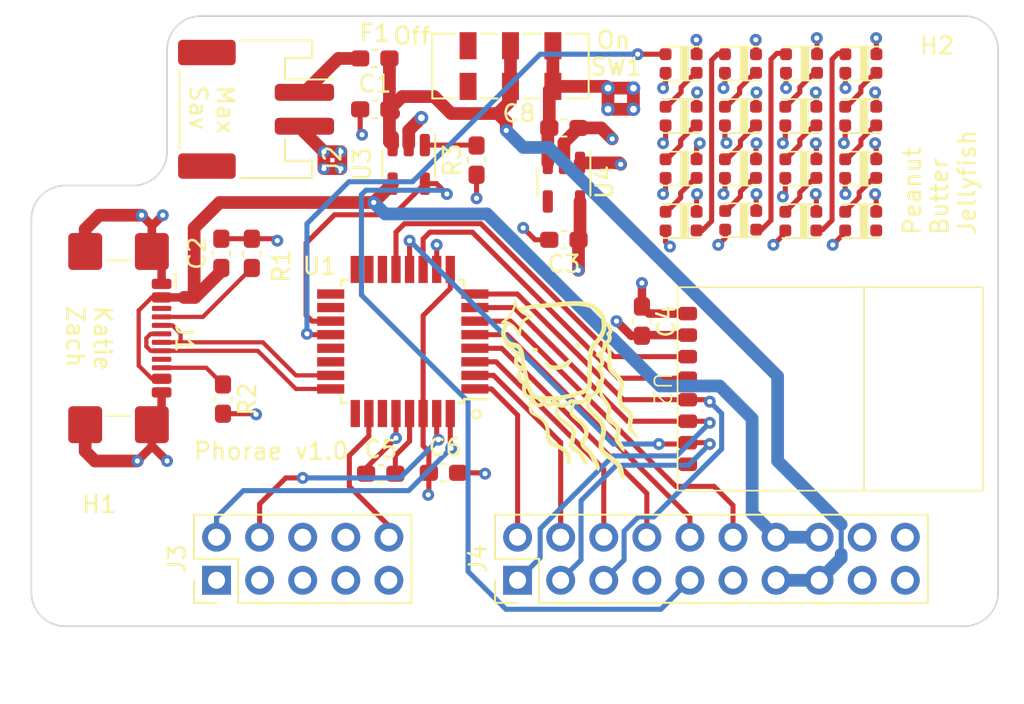
<source format=kicad_pcb>
(kicad_pcb (version 20221018) (generator pcbnew)
  (layers (0 "F.Cu" signal) (1 "In1.Cu" signal) (2 "In2.Cu" signal) (31 "B.Cu" signal) (34 "B.Paste" user) (35 "F.Paste" user) (36 "B.SilkS" user "B.Silkscreen") (37 "F.SilkS" user "F.Silkscreen") (38 "B.Mask" user) (39 "F.Mask" user) (44 "Edge.Cuts" user))
  (net 0 "")
  (net 1 "VCC")
  (net 2 "Net-(D1-DOUT)")
  (net 3 "LED_D")
  (net 4 "Net-(D2-DOUT)")
  (net 5 "GND")
  (net 6 "Net-(J1-CC1)")
  (net 7 "D+")
  (net 8 "D-")
  (net 10 "Net-(J1-CC2)")
  (net 12 "VBUS")
  (net 13 "Net-(J2-Pin_1)")
  (net 14 "+3.3V")
  (net 15 "Net-(J3-Pin_2)")
  (net 16 "Net-(J3-Pin_4)")
  (net 20 "Net-(J3-Pin_10)")
  (net 21 "MOSI")
  (net 22 "Net-(J4-Pin_2)")
  (net 23 "MISO")
  (net 24 "Net-(J4-Pin_4)")
  (net 30 "SCK")
  (net 31 "Net-(J4-Pin_6)")
  (net 35 "Net-(J4-Pin_8)")
  (net 37 "PROG")
  (net 39 "Net-(J4-Pin_10)")
  (net 41 "Net-(J4-Pin_12)")
  (net 42 "+BATT")
  (net 43 "CS")
  (net 44 "CE")
  (net 45 "Net-(U1-VDDCORE)")
  (net 46 "Net-(U3-STAT)")
  (net 49 "Net-(D16-DIN)")
  (net 50 "Net-(D4-DOUT)")
  (net 51 "Net-(D16-DOUT)")
  (net 52 "Net-(D5-DOUT)")
  (net 53 "Net-(D6-DOUT)")
  (net 54 "Net-(D7-DOUT)")
  (net 55 "Net-(D8-DOUT)")
  (net 56 "Net-(D10-DIN)")
  (net 57 "Net-(D10-DOUT)")
  (net 58 "Net-(D11-DOUT)")
  (net 59 "Net-(D12-DOUT)")
  (net 60 "Net-(D13-DOUT)")
  (net 61 "Net-(D14-DOUT)")
  (footprint "Package_TO_SOT_SMD:SOT-23-5" (layer "F.Cu") (at 71.4 76.8 -90)
    (fp_text reference "U4")
    (fp_text value "AP2112K-3.3")
  )
  (footprint "Capacitor_SMD:C_0603_1608Metric_Pad1.08x0.95mm_HandSolder" (layer "F.Cu") (at 60.25 69.5 180)
    (fp_text reference "F1")
    (fp_text value "1000mA")
  )
  (footprint "PhoraeFootprints:WS2812-2020_SMD_MICRO" (layer "F.Cu") (at 88.9 79.1)
    (fp_text reference "D15" hide)
    (fp_text value "WS2812B")
  )
  (footprint "Capacitor_SMD:C_0603_1608Metric_Pad1.08x0.95mm_HandSolder" (layer "F.Cu") (at 53 81 90)
    (fp_text reference "R1")
    (fp_text value "5.1kΩ ")
  )
  (footprint "Connector_PinHeader_2.54mm:PinHeader_2x10_P2.54mm_Vertical" (layer "F.Cu") (at 68.67 100.29 90)
    (fp_text reference "J4")
    (fp_text value "Conn_02x10_Odd_Even")
  )
  (footprint "Capacitor_SMD:C_0603_1608Metric_Pad1.08x0.95mm_HandSolder" (layer "F.Cu") (at 51.2 81 90)
    (fp_text reference "C2")
    (fp_text value "10µF")
  )
  (footprint "PhoraeFootprints:WS2812-2020_SMD_MICRO" (layer "F.Cu") (at 78.31 72.9)
    (fp_text reference "D2" hide)
    (fp_text value "WS2812B")
  )
  (footprint "Capacitor_SMD:C_0603_1608Metric_Pad1.08x0.95mm_HandSolder" (layer "F.Cu") (at 51.3 89.6 -90)
    (fp_text reference "R2")
    (fp_text value "5.1kΩ ")
  )
  (footprint "Capacitor_SMD:C_0603_1608Metric_Pad1.08x0.95mm_HandSolder" (layer "F.Cu") (at 60.25 72.5 180)
    (fp_text reference "C1")
    (fp_text value "10µF")
  )
  (footprint "Capacitor_SMD:C_0603_1608Metric_Pad1.08x0.95mm_HandSolder" (layer "F.Cu") (at 76 85 -90)
    (fp_text reference "C4")
    (fp_text value "10µF")
  )
  (footprint "PhoraeFootprints:WS2812-2020_SMD_MICRO" (layer "F.Cu") (at 88.9 72.9)
    (fp_text reference "D13" hide)
    (fp_text value "WS2812B")
  )
  (footprint "PhoraeFootprints:WS2812-2020_SMD_MICRO" (layer "F.Cu") (at 81.81 76)
    (fp_text reference "D6" hide)
    (fp_text value "WS2812B")
  )
  (footprint "PhoraeFootprints:WS2812-2020_SMD_MICRO" (layer "F.Cu") (at 85.41 69.8)
    (fp_text reference "D8" hide)
    (fp_text value "WS2812B")
  )
  (footprint "Button_Switch_SMD:SW_DPDT_CK_JS202011JCQN" (layer "F.Cu") (at 68.25 69.95)
    (fp_text reference "SW1")
    (fp_text value "SW_DPDT_x2")
  )
  (footprint "PhoraeFootprints:WS2812-2020_SMD_MICRO" (layer "F.Cu") (at 85.37 79.1)
    (fp_text reference "D11" hide)
    (fp_text value "WS2812B")
  )
  (footprint "Package_QFP:TQFP-32_7x7mm_P0.8mm" (layer "F.Cu") (at 61.9 86.2 180)
    (fp_text reference "U1")
    (fp_text value "ATSAMD21E15A-A")
  )
  (footprint "PhoraeFootprints:WS2812-2020_SMD_MICRO" (layer "F.Cu") (at 78.31 79.1)
    (fp_text reference "D16" hide)
    (fp_text value "WS2812B")
  )
  (footprint "Package_TO_SOT_SMD:SOT-23-5" (layer "F.Cu") (at 62.25 75.75 -90)
    (fp_text reference "U3")
    (fp_text value "MCP73831-2-OT")
  )
  (footprint "PhoraeFootprints:NRF24L01_SMD" (layer "F.Cu") (at 78.1 89 -90)
    (fp_text reference "U2")
    (fp_text value "NRF24L01_Breakout")
  )
  (footprint "Capacitor_SMD:C_0603_1608Metric_Pad1.08x0.95mm_HandSolder" (layer "F.Cu") (at 66.25 75.5 90)
    (fp_text reference "R3")
    (fp_text value "2kΩ ")
  )
  (footprint "PhoraeFootprints:WS2812-2020_SMD_MICRO" (layer "F.Cu") (at 81.81 69.8)
    (fp_text reference "D4" hide)
    (fp_text value "WS2812B")
  )
  (footprint "Connector_USB:USB_C_Receptacle_GCT_USB4110" (layer "F.Cu") (at 44 86 -90)
    (fp_text reference "J1")
    (fp_text value "USB_C_Receptacle_USB2.0")
  )
  (footprint "PhoraeFootprints:WS2812-2020_SMD_MICRO" (layer "F.Cu") (at 78.31 76)
    (fp_text reference "D3" hide)
    (fp_text value "WS2812B")
  )
  (footprint "Capacitor_SMD:C_0603_1608Metric_Pad1.08x0.95mm_HandSolder" (layer "F.Cu") (at 71.4 73.6)
    (fp_text reference "C8")
    (fp_text value "10µF")
  )
  (footprint "Capacitor_SMD:C_0603_1608Metric_Pad1.08x0.95mm_HandSolder" (layer "F.Cu") (at 71.4 80.2 180)
    (fp_text reference "C3")
    (fp_text value "10µF")
  )
  (footprint "PhoraeFootprints:WS2812-2020_SMD_MICRO" (layer "F.Cu") (at 78.31 69.8)
    (fp_text reference "D1" hide)
    (fp_text value "WS2812B")
  )
  (footprint "Capacitor_SMD:C_0603_1608Metric_Pad1.08x0.95mm_HandSolder" (layer "F.Cu") (at 60.6 94)
    (fp_text reference "C5")
    (fp_text value "1µF")
  )
  (footprint "MountingHole:MountingHole_2.2mm_M2" (layer "F.Cu") (at 93.4 71.2)
    (fp_text reference "H2")
    (fp_text value "MountingHole")
  )
  (footprint "PhoraeFootprints:WS2812-2020_SMD_MICRO" (layer "F.Cu") (at 85.37 76)
    (fp_text reference "D10" hide)
    (fp_text value "WS2812B")
  )
  (footprint "Connector_PinHeader_2.54mm:PinHeader_2x05_P2.54mm_Vertical" (layer "F.Cu") (at 50.92 100.29 90)
    (fp_text reference "J3")
    (fp_text value "Conn_02x05_Odd_Even")
  )
  (footprint "PhoraeFootprints:WS2812-2020_SMD_MICRO" (layer "F.Cu") (at 88.91 69.8)
    (fp_text reference "D12" hide)
    (fp_text value "WS2812B")
  )
  (footprint "Capacitor_SMD:C_0603_1608Metric_Pad1.08x0.95mm_HandSolder" (layer "F.Cu") (at 64.3 93.95)
    (fp_text reference "C6")
    (fp_text value "10µF")
  )
  (footprint "LOGO" (layer "F.Cu") (at 73.445146 89.413637)
    (fp_text reference "G***" hide)
    (fp_text value "LOGO" hide)
  )
  (footprint "PhoraeFootprints:WS2812-2020_SMD_MICRO" (layer "F.Cu") (at 85.37 72.9)
    (fp_text reference "D9" hide)
    (fp_text value "WS2812B")
  )
  (footprint "PhoraeFootprints:WS2812-2020_SMD_MICRO" (layer "F.Cu") (at 81.825 79.05)
    (fp_text reference "D7" hide)
    (fp_text value "WS2812B")
  )
  (footprint "PhoraeFootprints:WS2812-2020_SMD_MICRO" (layer "F.Cu") (at 88.9 76)
    (fp_text reference "D14" hide)
    (fp_text value "WS2812B")
  )
  (footprint "PhoraeFootprints:WS2812-2020_SMD_MICRO" (layer "F.Cu") (at 81.81 72.9)
    (fp_text reference "D5" hide)
    (fp_text value "WS2812B")
  )
  (footprint "MountingHole:MountingHole_2.2mm_M2" (layer "F.Cu") (at 44 99)
    (fp_text reference "H1")
    (fp_text value "MountingHole")
  )
  (footprint "Connector_JST:JST_PH_S2B-PH-SM4-TB_1x02-1MP_P2.00mm_Horizontal" (layer "F.Cu") (at 53.25 72.5 -90)
    (fp_text reference "J2")
    (fp_text value "JST 2 Pin ")
  )
  (gr_circle (center 66.25 90.5) (end 66.25 90.75) (stroke (width 0.15)) (fill none) (layer "F.SilkS"))
  (gr_arc (start 48 69) (mid 48.585786 67.585786) (end 50 67) (stroke (width 0.1)) (layer "Edge.Cuts"))
  (gr_line (start 42 103) (end 95 103) (stroke (width 0.1)) (layer "Edge.Cuts"))
  (gr_arc (start 95 67) (mid 96.414214 67.585786) (end 97 69) (stroke (width 0.1)) (layer "Edge.Cuts"))
  (gr_line (start 48 69) (end 48 75) (stroke (width 0.1)) (layer "Edge.Cuts"))
  (gr_line (start 40 79) (end 40 101) (stroke (width 0.1)) (layer "Edge.Cuts"))
  (gr_arc (start 40 79) (mid 40.585786 77.585786) (end 42 77) (stroke (width 0.1)) (layer "Edge.Cuts"))
  (gr_line (start 95 67) (end 50 67) (stroke (width 0.1)) (layer "Edge.Cuts"))
  (gr_line (start 46 77) (end 42 77) (stroke (width 0.1)) (layer "Edge.Cuts"))
  (gr_arc (start 97 101) (mid 96.414214 102.414214) (end 95 103) (stroke (width 0.1)) (layer "Edge.Cuts"))
  (gr_arc (start 48 75) (mid 47.414214 76.414214) (end 46 77) (stroke (width 0.1)) (layer "Edge.Cuts"))
  (gr_line (start 97 101) (end 97 69) (stroke (width 0.1)) (layer "Edge.Cuts"))
  (gr_arc (start 42 103) (mid 40.585786 102.414214) (end 40 101) (stroke (width 0.1)) (layer "Edge.Cuts"))
  (gr_text "Katie\nZach\n" (at 42 84 -90) (layer "F.SilkS") (effects (font (size 1 1)) (justify left bottom)))
  (gr_text "Peanut\nButter\nJellyfish\n" (at 95.75 80 90) (layer "F.SilkS") (effects (font (size 1 1)) (justify left bottom)))
  (gr_text "On" (at 73.25 69) (layer "F.SilkS") (effects (font (size 1 1)) (justify left bottom)))
  (gr_text "Max\nSav\n" (at 49.25 71 -90) (layer "F.SilkS") (effects (font (size 1 1)) (justify left bottom)))
  (gr_text "Off" (at 61.25 68.75) (layer "F.SilkS") (effects (font (size 1 1)) (justify left bottom)))
  (gr_text "Phorae v1.0" (at 49.5 93.25) (layer "F.SilkS") (effects (font (size 1 1)) (justify left bottom)))
  (segment (start 74.6625 75.6625) (end 72.35 75.6625) (width 0.75) (layer "F.Cu") (net 1))
  (segment (start 80.895 76.55) (end 80.895 77.4145) (width 0.3) (layer "F.Cu") (net 1))
  (segment (start 87.985 77.485) (end 88 77.5) (width 0.3) (layer "F.Cu") (net 1))
  (segment (start 74.75 75.75) (end 74.6625 75.6625) (width 0.75) (layer "F.Cu") (net 1))
  (segment (start 87.985 74.4245) (end 87.9095 74.5) (width 0.3) (layer "F.Cu") (net 1))
  (segment (start 84.495 71.245) (end 84.5 71.25) (width 0.3) (layer "F.Cu") (net 1))
  (segment (start 87.25 80.5) (end 87.985 79.765) (width 0.3) (layer "F.Cu") (net 1))
  (segment (start 75.5 71.25) (end 75.5 72.5) (width 0.75) (layer "F.Cu") (net 1))
  (segment (start 80.895 77.4145) (end 80.8095 77.5) (width 0.3) (layer "F.Cu") (net 1))
  (segment (start 70.75 68.75) (end 70.75 71.15) (width 0.75) (layer "F.Cu") (net 1))
  (segment (start 80.895 74.395) (end 80.985378 74.485378) (width 0.3) (layer "F.Cu") (net 1))
  (segment (start 84.455 73.45) (end 84.455 74.3545) (width 0.3) (layer "F.Cu") (net 1))
  (segment (start 70.75 71.15) (end 73.9 71.15) (width 0.75) (layer "F.Cu") (net 1))
  (segment (start 84.455 79.795) (end 84.455 79.65) (width 0.3) (layer "F.Cu") (net 1))
  (segment (start 84.495 70.35) (end 84.495 71.245) (width 0.3) (layer "F.Cu") (net 1))
  (segment (start 74 71.25) (end 74 72.5) (width 0.75) (layer "F.Cu") (net 1))
  (segment (start 70.5375 71.3625) (end 70.75 71.15) (width 0.75) (layer "F.Cu") (net 1))
  (segment (start 80.895 70.35) (end 80.895 71.1645) (width 0.3) (layer "F.Cu") (net 1))
  (segment (start 80.895 71.1645) (end 80.8095 71.25) (width 0.3) (layer "F.Cu") (net 1))
  (segment (start 87.985 73.45) (end 87.985 74.4245) (width 0.3) (layer "F.Cu") (net 1))
  (segment (start 84.455 74.3545) (end 84.3095 74.5) (width 0.3) (layer "F.Cu") (net 1))
  (segment (start 77.395 74.355) (end 77.25 74.5) (width 0.3) (layer "F.Cu") (net 1))
  (segment (start 77.395 80.337558) (end 77.395 79.65) (width 0.3) (layer "F.Cu") (net 1))
  (segment (start 87.995 70.35) (end 87.995 71.245) (width 0.3) (layer "F.Cu") (net 1))
  (segment (start 80.895 73.45) (end 80.895 74.395) (width 0.3) (layer "F.Cu") (net 1))
  (segment (start 80.5 80.5) (end 80.91 80.09) (width 0.3) (layer "F.Cu") (net 1))
  (segment (start 77.395 73.45) (end 77.395 74.355) (width 0.3) (layer "F.Cu") (net 1))
  (segment (start 84.455 77.505) (end 84.3095 77.6505) (width 0.3) (layer "F.Cu") (net 1))
  (segment (start 77.395 77.355) (end 77.25 77.5) (width 0.3) (layer "F.Cu") (net 1))
  (segment (start 77.395 76.55) (end 77.395 77.355) (width 0.3) (layer "F.Cu") (net 1))
  (segment (start 87.995 71.245) (end 88 71.25) (width 0.3) (layer "F.Cu") (net 1))
  (segment (start 83.75 80.5) (end 84.455 79.795) (width 0.3) (layer "F.Cu") (net 1))
  (segment (start 77.395 70.35) (end 77.395 71.105) (width 0.3) (layer "F.Cu") (net 1))
  (segment (start 73.9 71.15) (end 74 71.25) (width 0.75) (layer "F.Cu") (net 1))
  (segment (start 77.653721 80.596279) (end 77.395 80.337558) (width 0.3) (layer "F.Cu") (net 1))
  (segment (start 80.91 80.09) (end 80.91 79.6) (width 0.3) (layer "F.Cu") (net 1))
  (segment (start 87.985 76.55) (end 87.985 77.485) (width 0.3) (layer "F.Cu") (net 1))
  (segment (start 77.395 71.105) (end 77.25 71.25) (width 0.3) (layer "F.Cu") (net 1))
  (segment (start 70.5375 73.6) (end 70.5375 71.3625) (width 0.75) (layer "F.Cu") (net 1))
  (segment (start 74 72.5) (end 75.5 72.5) (width 0.75) (layer "F.Cu") (net 1))
  (segment (start 70.45 75.6625) (end 70.45 73.6875) (width 0.75) (layer "F.Cu") (net 1))
  (segment (start 74 71.25) (end 75.5 71.25) (width 0.75) (layer "F.Cu") (net 1))
  (segment (start 84.455 76.55) (end 84.455 77.505) (width 0.3) (layer "F.Cu") (net 1))
  (segment (start 70.45 73.6875) (end 70.5375 73.6) (width 0.75) (layer "F.Cu") (net 1))
  (segment (start 87.985 79.765) (end 87.985 79.65) (width 0.3) (layer "F.Cu") (net 1))
  (via (at 74.75 75.75) (size 0.7) (drill 0.3) (layers "F.Cu" "B.Cu") (net 1))
  (via (at 83.75 80.5) (size 0.7) (drill 0.3) (layers "F.Cu" "B.Cu") (net 1))
  (via (at 84.3095 74.5) (size 0.7) (drill 0.3) (layers "F.Cu" "B.Cu") (net 1))
  (via (at 84.3095 77.6505) (size 0.7) (drill 0.3) (layers "F.Cu" "B.Cu") (net 1))
  (via (at 80.8095 71.25) (size 0.7) (drill 0.3) (layers "F.Cu" "B.Cu") (net 1))
  (via (at 75.5 72.5) (size 0.8) (drill 0.4) (layers "F.Cu" "B.Cu") (net 1))
  (via (at 77.25 71.25) (size 0.7) (drill 0.3) (layers "F.Cu" "B.Cu") (net 1))
  (via (at 74 71.25) (size 0.8) (drill 0.4) (layers "F.Cu" "B.Cu") (net 1))
  (via (at 77.653721 80.596279) (size 0.7) (drill 0.3) (layers "F.Cu" "B.Cu") (net 1))
  (via (at 87.25 80.5) (size 0.7) (drill 0.3) (layers "F.Cu" "B.Cu") (net 1))
  (via (at 88 77.5) (size 0.7) (drill 0.3) (layers "F.Cu" "B.Cu") (net 1))
  (via (at 80.985378 74.485378) (size 0.7) (drill 0.3) (layers "F.Cu" "B.Cu") (net 1))
  (via (at 87.9095 74.5) (size 0.7) (drill 0.3) (layers "F.Cu" "B.Cu") (net 1))
  (via (at 80.5 80.5) (size 0.7) (drill 0.3) (layers "F.Cu" "B.Cu") (net 1))
  (via (at 84.5 71.25) (size 0.7) (drill 0.3) (layers "F.Cu" "B.Cu") (net 1))
  (via (at 74 72.5) (size 0.8) (drill 0.4) (layers "F.Cu" "B.Cu") (net 1))
  (via (at 88 71.25) (size 0.7) (drill 0.3) (layers "F.Cu" "B.Cu") (net 1))
  (via (at 77.25 74.5) (size 0.7) (drill 0.3) (layers "F.Cu" "B.Cu") (net 1))
  (via (at 75.5 71.25) (size 0.8) (drill 0.4) (layers "F.Cu" "B.Cu") (net 1))
  (via (at 80.8095 77.5) (size 0.7) (drill 0.3) (layers "F.Cu" "B.Cu") (net 1))
  (via (at 77.25 77.5) (size 0.7) (drill 0.3) (layers "F.Cu" "B.Cu") (net 1))
  (segment (start 78.31 71.5) (end 77.46 72.35) (width 0.3) (layer "F.Cu") (net 2))
  (segment (start 77.46 72.35) (end 77.395 72.35) (width 0.3) (layer "F.Cu") (net 2))
  (segment (start 78.31 71.2) (end 78.31 71.5) (width 0.3) (layer "F.Cu") (net 2))
  (segment (start 79.225 70.35) (end 79.16 70.35) (width 0.3) (layer "F.Cu") (net 2))
  (segment (start 79.16 70.35) (end 78.31 71.2) (width 0.3) (layer "F.Cu") (net 2))
  (segment (start 75.75 69.25) (end 77.395 69.25) (width 0.3) (layer "F.Cu") (net 3))
  (segment (start 57.65 85.8) (end 56.3 85.8) (width 0.3) (layer "F.Cu") (net 3))
  (segment (start 56.3 85.8) (end 56.25 85.75) (width 0.3) (layer "F.Cu") (net 3))
  (via (at 75.75 69.25) (size 0.7) (drill 0.3) (layers "F.Cu" "B.Cu") (net 3))
  (via (at 56.25 85.75) (size 0.7) (drill 0.3) (layers "F.Cu" "B.Cu") (net 3))
  (segment (start 58.725 76.775) (end 62.475 76.775) (width 0.3) (layer "B.Cu") (net 3))
  (segment (start 62.475 76.775) (end 70 69.25) (width 0.3) (layer "B.Cu") (net 3))
  (segment (start 70 69.25) (end 75.75 69.25) (width 0.3) (layer "B.Cu") (net 3))
  (segment (start 56.25 85.75) (end 56.25 79.25) (width 0.3) (layer "B.Cu") (net 3))
  (segment (start 56.25 79.25) (end 58.725 76.775) (width 0.3) (layer "B.Cu") (net 3))
  (segment (start 78.285 74.625) (end 77.435 75.475) (width 0.3) (layer "F.Cu") (net 4))
  (segment (start 78.285 74.325) (end 78.285 74.625) (width 0.3) (layer "F.Cu") (net 4))
  (segment (start 79.135 73.475) (end 78.285 74.325) (width 0.3) (layer "F.Cu") (net 4))
  (segment (start 51.2 80.1375) (end 53 80.1375) (width 0.3) (layer "F.Cu") (net 5))
  (segment (start 66.7 93.95) (end 66.75 94) (width 0.3) (layer "F.Cu") (net 5))
  (segment (start 73.6 73.6) (end 74.25 74.25) (width 0.75) (layer "F.Cu") (net 5))
  (segment (start 89.825 69.25) (end 89.825 68.315) (width 0.3) (layer "F.Cu") (net 5))
  (segment (start 89.815 74.565) (end 89.75 74.5) (width 0.3) (layer "F.Cu") (net 5))
  (segment (start 47.68 82.8) (end 47.68 81.465) (width 0.5) (layer "F.Cu") (net 5))
  (segment (start 89.815 77.565) (end 89.75 77.5) (width 0.3) (layer "F.Cu") (net 5))
  (segment (start 59.3875 74.1125) (end 59.5 74) (width 0.3) (layer "F.Cu") (net 5))
  (segment (start 86.285 78.55) (end 86.285 77.535) (width 0.3) (layer "F.Cu") (net 5))
  (segment (start 89.815 78.55) (end 89.815 77.565) (width 0.3) (layer "F.Cu") (net 5))
  (segment (start 65.1625 93.95) (end 66.7 93.95) (width 0.3) (layer "F.Cu") (net 5))
  (segment (start 79.225 71.525) (end 79.25 71.5) (width 0.3) (layer "F.Cu") (net 5))
  (segment (start 76.0375 85.825) (end 76 85.8625) (width 0.5) (layer "F.Cu") (net 5))
  (segment (start 57.25 76) (end 58.25 76) (width 0.75) (layer "F.Cu") (net 5))
  (segment (start 82.725 71.525) (end 82.75 71.5) (width 0.3) (layer "F.Cu") (net 5))
  (segment (start 86.285 75.45) (end 86.285 74.535) (width 0.3) (layer "F.Cu") (net 5))
  (segment (start 43.175 79.575) (end 44 78.75) (width 0.75) (layer "F.Cu") (net 5))
  (segment (start 47.105 79.355) (end 46.5 78.75) (width 0.5) (layer "F.Cu") (net 5))
  (segment (start 44 78.75) (end 46.5 78.75) (width 0.75) (layer "F.Cu") (net 5))
  (segment (start 86.285 74.535) (end 86.25 74.5) (width 0.3) (layer "F.Cu") (net 5))
  (segment (start 53.2125 90.4625) (end 53.25 90.5) (width 0.3) (layer "F.Cu") (net 5))
  (segment (start 47.68 89.2) (end 47.68 90.535) (width 0.5) (layer "F.Cu") (net 5))
  (segment (start 86.285 77.535) (end 86.25 77.5) (width 0.3) (layer "F.Cu") (net 5))
  (segment (start 86.325 69.25) (end 86.325 68.315) (width 0.3) (layer "F.Cu") (net 5))
  (segment (start 61.5 90.45) (end 61.5 91.9) (width 0.3) (layer "F.Cu") (net 5))
  (segment (start 47.105 91.11) (end 47.105 92.395) (width 0.5) (layer "F.Cu") (net 5))
  (segment (start 82.725 74.525) (end 82.75 74.5) (width 0.3) (layer "F.Cu") (net 5))
  (segment (start 86.285 71.535) (end 86.25 71.5) (width 0.3) (layer "F.Cu") (net 5))
  (segment (start 89.825 68.315) (end 89.81 68.3) (width 0.3) (layer "F.Cu") (net 5))
  (segment (start 89.815 71.565) (end 89.75 71.5) (width 0.3) (layer "F.Cu") (net 5))
  (segment (start 43.75 93.25) (end 46.25 93.25) (width 0.75) (layer "F.Cu") (net 5))
  (segment (start 82.725 69.25) (end 82.725 68.415) (width 0.3) (layer "F.Cu") (net 5))
  (segment (start 75.3625 85.8625) (end 74.5 85) (width 0.5) (layer "F.Cu") (net 5))
  (segment (start 79.225 72.35) (end 79.225 71.525) (width 0.3) (layer "F.Cu") (net 5))
  (segment (start 63.9 81.95) (end 63.9 80.5) (width 0.3) (layer "F.Cu") (net 5))
  (segment (start 79.225 74.6855) (end 79.4105 74.5) (width 0.3) (layer "F.Cu") (net 5))
  (segment (start 62.25 74.6125) (end 62.25 73.75) (width 0.75) (layer "F.Cu") (net 5))
  (segment (start 69.7 80.2) (end 69 79.5) (width 0.3) (layer "F.Cu") (net 5))
  (segment (start 53 80.1375) (end 54.3875 80.1375) (width 0.3) (layer "F.Cu") (net 5))
  (segment (start 86.285 72.35) (end 86.285 71.535) (width 0.3) (layer "F.Cu") (net 5))
  (segment (start 79.225 75.45) (end 79.225 74.6855) (width 0.3) (layer "F.Cu") (net 5))
  (segment (start 47.105 80.89) (end 47.105 79.355) (width 0.5) (layer "F.Cu") (net 5))
  (segment (start 82.74 78.5) (end 82.74 77.51) (width 0.3) (layer "F.Cu") (net 5))
  (segment (start 47.105 79.395) (end 47.75 78.75) (width 0.5) (layer "F.Cu") (net 5))
  (segment (start 79.225 68.415) (end 79.21 68.4) (width 0.3) (layer "F.Cu") (net 5))
  (segment (start 59.3875 73.8875) (end 59.5 74) (width 0.3) (layer "F.Cu") (net 5))
  (segment (start 47.105 80.89) (end 47.105 79.395) (width 0.5) (layer "F.Cu") (net 5))
  (segment (start 76 85.8625) (end 75.3625 85.8625) (width 0.5) (layer "F.Cu") (net 5))
  (segment (start 70.5375 80.2) (end 69.7 80.2) (width 0.3) (layer "F.Cu") (net 5))
  (segment (start 71.4 75.6625) (end 71.4 74.4625) (width 0.75) (layer "F.Cu") (net 5))
  (segment (start 43.175 92.675) (end 43.75 93.25) (width 0.75) (layer "F.Cu") (net 5))
  (segment (start 47.105 92.355) (end 48 93.25) (width 0.5) (layer "F.Cu") (net 5))
  (segment (start 43.175 80.89) (end 43.175 79.575) (width 0.75) (layer "F.Cu") (net 5))
  (segment (start 66.25 76.3625) (end 66.25 77.75) (width 0.3) (layer "F.Cu") (net 5))
  (segment (start 86.325 68.315) (end 86.31 68.3) (width 0.3) (layer "F.Cu") (net 5))
  (segment (start 59.7375 93.6625) (end 59.7375 94) (width 0.3) (layer "F.Cu") (net 5))
  (segment (start 79.225 69.25) (end 79.225 68.415) (width 0.3) (layer "F.Cu") (net 5))
  (segment (start 47.105 91.11) (end 47.105 92.355) (width 0.5) (layer "F.Cu") (net 5))
  (segment (start 82.725 75.45) (end 82.725 74.525) (width 0.3) (layer "F.Cu") (net 5))
  (segment (start 56.1 73.5) (end 56.1 73.85) (width 0.75) (layer "F.Cu") (net 5))
  (segment (start 54.3875 80.1375) (end 54.5 80.25) (width 0.3) (layer "F.Cu") (net 5))
  (segment (start 47.105 92.395) (end 46.25 93.25) (width 0.5) (layer "F.Cu") (net 5))
  (segment (start 89.815 75.45) (end 89.815 74.565) (width 0.3) (layer "F.Cu") (net 5))
  (segment (start 57.25 75) (end 57.25 76) (width 0.75) (layer "F.Cu") (net 5))
  (segment (start 59.3875 72.5) (end 59.3875 73.8875) (width 0.3) (layer "F.Cu") (net 5))
  (segment (start 57.25 75) (end 58.25 75) (width 0.75) (layer "F.Cu") (net 5))
  (segment (start 82.725 68.415) (end 82.71 68.4) (width 0.3) (layer "F.Cu") (net 5))
  (segment (start 82.725 72.35) (end 82.725 71.525) (width 0.3) (layer "F.Cu") (net 5))
  (segment (start 51.3 90.4625) (end 53.2125 90.4625) (width 0.3) (layer "F.Cu") (net 5))
  (segment (start 61.5 91.9) (end 59.7375 93.6625) (width 0.3) (layer "F.Cu") (net 5))
  (segment (start 56.1 73.85) (end 57.25 75) (width 0.75) (layer "F.Cu") (net 5))
  (segment (start 62.25 73.75) (end 63 73) (width 0.75) (layer "F.Cu") (net 5))
  (segment (start 79.225 77.525) (end 79.25 77.5) (width 0.3) (layer "F.Cu") (net 5))
  (segment (start 78.7 85.825) (end 76.0375 85.825) (width 0.5) (layer "F.Cu") (net 5))
  (segment (start 82.74 77.51) (end 82.75 77.5) (width 0.3) (layer "F.Cu") (net 5))
  (segment (start 43.175 91.11) (end 43.175 92.675) (width 0.75) (layer "F.Cu") (net 5))
  (segment (start 72.2625 73.6) (end 73.6 73.6) (width 0.75) (layer "F.Cu") (net 5))
  (segment (start 71.4 74.4625) (end 72.2625 73.6) (width 0.75) (layer "F.Cu") (net 5))
  (segment (start 47.68 90.535) (end 47.105 91.11) (width 0.5) (layer "F.Cu") (net 5))
  (segment (start 89.815 72.35) (end 89.815 71.565) (width 0.3) (layer "F.Cu") (net 5))
  (segment (start 47.68 81.465) (end 47.105 80.89) (width 0.5) (layer "F.Cu") (net 5))
  (segment (start 58.25 76) (end 58.25 75) (width 0.75) (layer "F.Cu") (net 5))
  (segment (start 79.225 78.55) (end 79.225 77.525) (width 0.3) (layer "F.Cu") (net 5))
  (via (at 79.4105 74.5) (size 0.7) (drill 0.3) (layers "F.Cu" "B.Cu") (net 5))
  (via (at 79.25 77.5) (size 0.7) (drill 0.3) (layers "F.Cu" "B.Cu") (net 5))
  (via (at 47.75 78.75) (size 0.7) (drill 0.3) (layers "F.Cu" "B.Cu") (net 5))
  (via (at 57.25 75) (size 0.7) (drill 0.3) (layers "F.Cu" "B.Cu") (net 5))
  (via (at 74.25 74.25) (size 0.7) (drill 0.3) (layers "F.Cu" "B.Cu") (net 5))
  (via (at 82.75 71.5) (size 0.7) (drill 0.3) (layers "F.Cu" "B.Cu") (net 5))
  (via (at 86.25 77.5) (size 0.7) (drill 0.3) (layers "F.Cu" "B.Cu") (net 5))
  (via (at 89.75 77.5) (size 0.7) (drill 0.3) (layers "F.Cu" "B.Cu") (net 5))
  (via (at 79.21 68.4) (size 0.7) (drill 0.3) (layers "F.Cu" "B.Cu") (net 5))
  (via (at 86.25 71.5) (size 0.7) (drill 0.3) (layers "F.Cu" "B.Cu") (net 5))
  (via (at 63 73) (size 0.8) (drill 0.4) (layers "F.Cu" "B.Cu") (net 5))
  (via (at 89.75 71.5) (size 0.7) (drill 0.3) (layers "F.Cu" "B.Cu") (net 5))
  (via (at 66.25 77.75) (size 0.7) (drill 0.3) (layers "F.Cu" "B.Cu") (net 5))
  (via (at 61.5 91.9) (size 0.7) (drill 0.3) (layers "F.Cu" "B.Cu") (net 5))
  (via (at 53.25 90.5) (size 0.7) (drill 0.3) (layers "F.Cu" "B.Cu") (net 5))
  (via (at 69 79.5) (size 0.7) (drill 0.3) (layers "F.Cu" "B.Cu") (net 5))
  (via (at 46.5 78.75) (size 0.7) (drill 0.3) (layers "F.Cu" "B.Cu") (net 5))
  (via (at 89.75 74.5) (size 0.7) (drill 0.3) (layers "F.Cu" "B.Cu") (net 5))
  (via (at 54.5 80.25) (size 0.7) (drill 0.3) (layers "F.Cu" "B.Cu") (net 5))
  (via (at 58.25 75) (size 0.7) (drill 0.3) (layers "F.Cu" "B.Cu") (net 5))
  (via (at 57.25 76) (size 0.7) (drill 0.3) (layers "F.Cu" "B.Cu") (net 5))
  (via (at 79.25 71.5) (size 0.7) (drill 0.3) (layers "F.Cu" "B.Cu") (net 5))
  (via (at 46.25 93.25) (size 0.7) (drill 0.3) (layers "F.Cu" "B.Cu") (net 5))
  (via (at 63.9 80.5) (size 0.7) (drill 0.3) (layers "F.Cu" "B.Cu") (net 5))
  (via (at 74.5 85) (size 0.7) (drill 0.3) (layers "F.Cu" "B.Cu") (net 5))
  (via (at 66.75 94) (size 0.7) (drill 0.3) (layers "F.Cu" "B.Cu") (net 5))
  (via (at 59.5 74) (size 0.7) (drill 0.3) (layers "F.Cu" "B.Cu") (net 5))
  (via (at 89.81 68.3) (size 0.7) (drill 0.3) (layers "F.Cu" "B.Cu") (net 5))
  (via (at 48 93.25) (size 0.7) (drill 0.3) (layers "F.Cu" "B.Cu") (net 5))
  (via (at 82.75 74.5) (size 0.7) (drill 0.3) (layers "F.Cu" "B.Cu") (net 5))
  (via (at 86.25 74.5) (size 0.7) (drill 0.3) (layers "F.Cu" "B.Cu") (net 5))
  (via (at 86.31 68.3) (size 0.7) (drill 0.3) (layers "F.Cu" "B.Cu") (net 5))
  (via (at 82.75 77.5) (size 0.7) (drill 0.3) (layers "F.Cu" "B.Cu") (net 5))
  (via (at 58.25 76) (size 0.7) (drill 0.3) (layers "F.Cu" "B.Cu") (net 5))
  (via (at 82.71 68.4) (size 0.7) (drill 0.3) (layers "F.Cu" "B.Cu") (net 5))
  (segment (start 50.1125 84.75) (end 53 81.8625) (width 0.25) (layer "F.Cu") (net 6))
  (segment (start 47.68 84.75) (end 50.1125 84.75) (width 0.25) (layer "F.Cu") (net 6))
  (segment (start 46.78 86.492764) (end 47.037236 86.75) (width 0.25) (layer "F.Cu") (net 7))
  (segment (start 47.037236 86.75) (end 47.68 86.75) (width 0.25) (layer "F.Cu") (net 7))
  (segment (start 46.78 86.007236) (end 46.78 86.492764) (width 0.25) (layer "F.Cu") (net 7))
  (segment (start 55.6 89) (end 57.65 89) (width 0.25) (layer "F.Cu") (net 7))
  (segment (start 47.68 86.75) (end 53.35 86.75) (width 0.25) (layer "F.Cu") (net 7))
  (segment (start 47.037236 85.75) (end 46.78 86.007236) (width 0.25) (layer "F.Cu") (net 7))
  (segment (start 53.35 86.75) (end 55.6 89) (width 0.25) (layer "F.Cu") (net 7))
  (segment (start 47.68 85.75) (end 47.037236 85.75) (width 0.25) (layer "F.Cu") (net 7))
  (segment (start 48.8 85.727236) (end 48.8 86.25) (width 0.25) (layer "F.Cu") (net 8))
  (segment (start 55.6 88.2) (end 57.65 88.2) (width 0.25) (layer "F.Cu") (net 8))
  (segment (start 53.65 86.25) (end 55.6 88.2) (width 0.25) (layer "F.Cu") (net 8))
  (segment (start 47.68 86.25) (end 48.8 86.25) (width 0.25) (layer "F.Cu") (net 8))
  (segment (start 48.8 86.25) (end 53.65 86.25) (width 0.25) (layer "F.Cu") (net 8))
  (segment (start 48.322764 85.25) (end 48.8 85.727236) (width 0.25) (layer "F.Cu") (net 8))
  (segment (start 47.68 85.25) (end 48.322764 85.25) (width 0.25) (layer "F.Cu") (net 8))
  (segment (start 47.68 87.75) (end 50.3125 87.75) (width 0.25) (layer "F.Cu") (net 10))
  (segment (start 50.3125 87.75) (end 51.3 88.7375) (width 0.25) (layer "F.Cu") (net 10))
  (segment (start 51.2 82.05) (end 49.65 83.6) (width 0.75) (layer "F.Cu") (net 12))
  (segment (start 49.65 83.6) (end 49.6 83.6) (width 0.75) (layer "F.Cu") (net 12))
  (segment (start 51.1 78) (end 49.6 79.5) (width 0.75) (layer "F.Cu") (net 12))
  (segment (start 47.68 83.6) (end 49 83.6) (width 0.5) (layer "F.Cu") (net 12))
  (segment (start 47.104949 83.6) (end 47.68 83.6) (width 0.25) (layer "F.Cu") (net 12))
  (segment (start 47.68 88.4) (end 47.104949 88.4) (width 0.25) (layer "F.Cu") (net 12))
  (segment (start 47.104949 88.4) (end 46.33 87.625051) (width 0.25) (layer "F.Cu") (net 12))
  (segment (start 46.33 84.374949) (end 47.104949 83.6) (width 0.25) (layer "F.Cu") (net 12))
  (segment (start 49.6 79.5) (end 49.6 83.6) (width 0.75) (layer "F.Cu") (net 12))
  (segment (start 51.2 81.8625) (end 51.2 82.05) (width 0.75) (layer "F.Cu") (net 12))
  (segment (start 49 83.6) (end 49.25 83.6) (width 0.5) (layer "F.Cu") (net 12))
  (segment (start 49.6 83.6) (end 49 83.6) (width 0.75) (layer "F.Cu") (net 12))
  (segment (start 60.1875 78) (end 51.1 78) (width 0.75) (layer "F.Cu") (net 12))
  (segment (start 61.3 76.8875) (end 60.1875 78) (width 0.75) (layer "F.Cu") (net 12))
  (segment (start 46.33 87.625051) (end 46.33 84.374949) (width 0.25) (layer "F.Cu") (net 12))
  (via (at 60.1875 78) (size 0.7) (drill 0.3) (layers "F.Cu" "B.Cu") (net 12))
  (segment (start 80.575 88.825) (end 82.5 90.75) (width 0.75) (layer "B.Cu") (net 12))
  (segment (start 82.5 90.75) (end 82.5 96.34) (width 0.75) (layer "B.Cu") (net 12))
  (segment (start 74.191852 86) (end 74.25 86) (width 0.75) (layer "B.Cu") (net 12))
  (segment (start 74.25 86) (end 77.075 88.825) (width 0.75) (layer "B.Cu") (net 12))
  (segment (start 60.1875 78) (end 60.8625 78.675) (width 0.75) (layer "B.Cu") (net 12))
  (segment (start 83.91 97.75) (end 86.45 97.75) (width 0.75) (layer "B.Cu") (net 12))
  (segment (start 60.8625 78.675) (end 66.866852 78.675) (width 0.75) (layer "B.Cu") (net 12))
  (segment (start 66.866852 78.675) (end 74.191852 86) (width 0.75) (layer "B.Cu") (net 12))
  (segment (start 77.075 88.825) (end 80.575 88.825) (width 0.75) (layer "B.Cu") (net 12))
  (segment (start 82.5 96.34) (end 83.91 97.75) (width 0.75) (layer "B.Cu") (net 12))
  (segment (start 58.1 69.5) (end 59.3875 69.5) (width 0.75) (layer "F.Cu") (net 13))
  (segment (start 56.1 71.5) (end 58.1 69.5) (width 0.75) (layer "F.Cu") (net 13))
  (segment (start 63.1 84.675) (end 63.1 90.45) (width 0.3) (layer "F.Cu") (net 14))
  (segment (start 64.7 81.95) (end 64.7 83.075) (width 0.3) (layer "F.Cu") (net 14))
  (segment (start 64.7 83.075) (end 63.1 84.675) (width 0.3) (layer "F.Cu") (net 14))
  (segment (start 72.35 77.9375) (end 72.35 80.1125) (width 0.75) (layer "F.Cu") (net 14))
  (segment (start 63.1 92.3625) (end 63.1 90.45) (width 0.3) (layer "F.Cu") (net 14))
  (segment (start 76.4175 84.555) (end 76 84.1375) (width 0.5) (layer "F.Cu") (net 14))
  (segment (start 78.7 84.555) (end 76.4175 84.555) (width 0.5) (layer "F.Cu") (net 14))
  (segment (start 76 84.1375) (end 76 82.75) (width 0.5) (layer "F.Cu") (net 14))
  (segment (start 72.35 80.1125) (end 72.2625 80.2) (width 0.75) (layer "F.Cu") (net 14))
  (segment (start 63.4 95.25) (end 63.4375 95.2125) (width 0.3) (layer "F.Cu") (net 14))
  (segment (start 63.4375 92.7) (end 63.1 92.3625) (width 0.3) (layer "F.Cu") (net 14))
  (segment (start 72.2625 80.2) (end 72.2625 81.9875) (width 0.75) (layer "F.Cu") (net 14))
  (segment (start 72.2625 81.9875) (end 72.25 82) (width 0.75) (layer "F.Cu") (net 14))
  (segment (start 63.4375 95.2125) (end 63.4375 92.7) (width 0.3) (layer "F.Cu") (net 14))
  (via (at 72.25 82) (size 0.7) (drill 0.3) (layers "F.Cu" "B.Cu") (net 14))
  (via (at 63.4 95.25) (size 0.7) (drill 0.3) (layers "F.Cu" "B.Cu") (net 14))
  (via (at 76 82.75) (size 0.7) (drill 0.3) (layers "F.Cu" "B.Cu") (net 14))
  (segment (start 64.7 90.45) (end 64.7 92.45) (width 0.3) (layer "F.Cu") (net 15))
  (segment (start 64.7 92.45) (end 64.75 92.5) (width 0.3) (layer "F.Cu") (net 15))
  (via (at 64.75 92.5) (size 0.7) (drill 0.3) (layers "F.Cu" "B.Cu") (net 15))
  (segment (start 64.75 92.5) (end 62.25 95) (width 0.3) (layer "B.Cu") (net 15))
  (segment (start 52.5 95) (end 50.92 96.58) (width 0.3) (layer "B.Cu") (net 15))
  (segment (start 62.25 95) (end 52.5 95) (width 0.3) (layer "B.Cu") (net 15))
  (segment (start 50.92 96.58) (end 50.92 97.75) (width 0.3) (layer "B.Cu") (net 15))
  (segment (start 63.9 91.9) (end 64 92) (width 0.3) (layer "F.Cu") (net 16))
  (segment (start 56 94.25) (end 55 94.25) (width 0.3) (layer "F.Cu") (net 16))
  (segment (start 53.46 95.79) (end 53.46 97.75) (width 0.3) (layer "F.Cu") (net 16))
  (segment (start 55 94.25) (end 53.46 95.79) (width 0.3) (layer "F.Cu") (net 16))
  (segment (start 63.9 90.45) (end 63.9 91.9) (width 0.3) (layer "F.Cu") (net 16))
  (via (at 56 94.25) (size 0.7) (drill 0.3) (layers "F.Cu" "B.Cu") (net 16))
  (via (at 64 92) (size 0.7) (drill 0.3) (layers "F.Cu" "B.Cu") (net 16))
  (segment (start 64 92) (end 61.75 94.25) (width 0.3) (layer "B.Cu") (net 16))
  (segment (start 61.75 94.25) (end 56.96 94.25) (width 0.3) (layer "B.Cu") (net 16))
  (segment (start 56.96 94.25) (end 56 94.25) (width 0.3) (layer "B.Cu") (net 16))
  (segment (start 58.75 92.931284) (end 58.75 94.75) (width 0.3) (layer "F.Cu") (net 20))
  (segment (start 61.08 97.08) (end 61.08 97.75) (width 0.3) (layer "F.Cu") (net 20))
  (segment (start 59.9 90.45) (end 59.9 91.781284) (width 0.3) (layer "F.Cu") (net 20))
  (segment (start 59.9 91.781284) (end 58.75 92.931284) (width 0.3) (layer "F.Cu") (net 20))
  (segment (start 58.75 94.75) (end 61.08 97.08) (width 0.3) (layer "F.Cu") (net 20))
  (segment (start 66.15 84.2) (end 68.45 84.2) (width 0.3) (layer "F.Cu") (net 21))
  (segment (start 75.155 90.905) (end 78.7 90.905) (width 0.3) (layer "F.Cu") (net 21))
  (segment (start 78.7 90.905) (end 79.905 90.905) (width 0.3) (layer "F.Cu") (net 21))
  (segment (start 79.905 90.905) (end 80 91) (width 0.3) (layer "F.Cu") (net 21))
  (segment (start 68.45 84.2) (end 75.155 90.905) (width 0.3) (layer "F.Cu") (net 21))
  (via (at 80 91) (size 0.7) (drill 0.3) (layers "F.Cu" "B.Cu") (net 21))
  (segment (start 70 98.96) (end 68.67 100.29) (width 0.3) (layer "B.Cu") (net 21))
  (segment (start 74.3 92.95) (end 70 97.25) (width 0.3) (layer "B.Cu") (net 21))
  (segment (start 78.05 92.95) (end 74.3 92.95) (width 0.3) (layer "B.Cu") (net 21))
  (segment (start 70 97.25) (end 70 98.96) (width 0.3) (layer "B.Cu") (net 21))
  (segment (start 80 91) (end 78.05 92.95) (width 0.3) (layer "B.Cu") (net 21))
  (segment (start 66.15 89) (end 67.125 89) (width 0.3) (layer "F.Cu") (net 22))
  (segment (start 68.67 90.545) (end 68.67 97.75) (width 0.3) (layer "F.Cu") (net 22))
  (segment (start 67.125 89) (end 68.67 90.545) (width 0.3) (layer "F.Cu") (net 22))
  (segment (start 62.3 80.25) (end 62.3 81.95) (width 0.3) (layer "F.Cu") (net 23))
  (segment (start 79.925 92.175) (end 80 92.25) (width 0.3) (layer "F.Cu") (net 23))
  (segment (start 77 92.25) (end 78.625 92.25) (width 0.3) (layer "F.Cu") (net 23))
  (segment (start 78.625 92.25) (end 78.7 92.175) (width 0.3) (layer "F.Cu") (net 23))
  (segment (start 78.7 92.175) (end 79.925 92.175) (width 0.3) (layer "F.Cu") (net 23))
  (via (at 77 92.25) (size 0.7) (drill 0.3) (layers "F.Cu" "B.Cu") (net 23))
  (via (at 62.3 80.25) (size 0.7) (drill 0.3) (layers "F.Cu" "B.Cu") (net 23))
  (via (at 80 92.25) (size 0.7) (drill 0.3) (layers "F.Cu" "B.Cu") (net 23))
  (segment (start 78.75 93.5) (end 74.5 93.5) (width 0.3) (layer "B.Cu") (net 23))
  (segment (start 62.312499 80.25) (end 74.312499 92.25) (width 0.3) (layer "B.Cu") (net 23))
  (segment (start 74.5 93.5) (end 72.41 95.59) (width 0.3) (layer "B.Cu") (net 23))
  (segment (start 72.41 95.59) (end 72.41 99.09) (width 0.3) (layer "B.Cu") (net 23))
  (segment (start 72.41 99.09) (end 71.21 100.29) (width 0.3) (layer "B.Cu") (net 23))
  (segment (start 80 92.25) (end 78.75 93.5) (width 0.3) (layer "B.Cu") (net 23))
  (segment (start 62.3 80.25) (end 62.312499 80.25) (width 0.3) (layer "B.Cu") (net 23))
  (segment (start 74.312499 92.25) (end 77 92.25) (width 0.3) (layer "B.Cu") (net 23))
  (segment (start 66.15 88.2) (end 67.25 88.2) (width 0.3) (layer "F.Cu") (net 24))
  (segment (start 67.25 88.2) (end 71.21 92.16) (width 0.3) (layer "F.Cu") (net 24))
  (segment (start 71.21 92.16) (end 71.21 97.75) (width 0.3) (layer "F.Cu") (net 24))
  (segment (start 79.885 89.635) (end 80 89.75) (width 0.3) (layer "F.Cu") (net 30))
  (segment (start 66.15 83.4) (end 68.65 83.4) (width 0.3) (layer "F.Cu") (net 30))
  (segment (start 68.65 83.4) (end 74.885 89.635) (width 0.3) (layer "F.Cu") (net 30))
  (segment (start 78.7 89.635) (end 79.885 89.635) (width 0.3) (layer "F.Cu") (net 30))
  (segment (start 74.885 89.635) (end 78.7 89.635) (width 0.3) (layer "F.Cu") (net 30))
  (via (at 80 89.75) (size 0.7) (drill 0.3) (layers "F.Cu" "B.Cu") (net 30))
  (segment (start 74.95 99.09) (end 73.75 100.29) (width 0.3) (layer "B.Cu") (net 30))
  (segment (start 80 89.75) (end 80.7 90.45) (width 0.3) (layer "B.Cu") (net 30))
  (segment (start 75.792943 96.55) (end 74.95 97.392943) (width 0.3) (layer "B.Cu") (net 30))
  (segment (start 74.95 97.392943) (end 74.95 99.09) (width 0.3) (layer "B.Cu") (net 30))
  (segment (start 80.7 92.55) (end 76.7 96.55) (width 0.3) (layer "B.Cu") (net 30))
  (segment (start 80.7 90.45) (end 80.7 92.55) (width 0.3) (layer "B.Cu") (net 30))
  (segment (start 76.7 96.55) (end 75.792943 96.55) (width 0.3) (layer "B.Cu") (net 30))
  (segment (start 67.4 87.4) (end 73.75 93.75) (width 0.3) (layer "F.Cu") (net 31))
  (segment (start 66.15 87.4) (end 67.4 87.4) (width 0.3) (layer "F.Cu") (net 31))
  (segment (start 73.75 93.75) (end 73.75 97.75) (width 0.3) (layer "F.Cu") (net 31))
  (segment (start 76.29 95.165) (end 76.29 97.75) (width 0.3) (layer "F.Cu") (net 35))
  (segment (start 66.15 86.6) (end 67.725 86.6) (width 0.3) (layer "F.Cu") (net 35))
  (segment (start 67.725 86.6) (end 76.29 95.165) (width 0.3) (layer "F.Cu") (net 35))
  (segment (start 56.55 85) (end 56.2 84.65) (width 0.3) (layer "F.Cu") (net 37))
  (segment (start 57.65 85) (end 56.55 85) (width 0.3) (layer "F.Cu") (net 37))
  (segment (start 57.875 78.725) (end 61.3625 78.725) (width 0.3) (layer "F.Cu") (net 37))
  (segment (start 61.3625 78.725) (end 63.2 76.8875) (width 0.3) (layer "F.Cu") (net 37))
  (segment (start 56.2 80.4) (end 57.875 78.725) (width 0.3) (layer "F.Cu") (net 37))
  (segment (start 63.8875 76.8875) (end 64.5 77.5) (width 0.3) (layer "F.Cu") (net 37))
  (segment (start 63.2 76.8875) (end 63.8875 76.8875) (width 0.3) (layer "F.Cu") (net 37))
  (segment (start 56.2 84.65) (end 56.2 80.4) (width 0.3) (layer "F.Cu") (net 37))
  (via (at 64.5 77.5) (size 0.7) (drill 0.3) (layers "F.Cu" "B.Cu") (net 37))
  (segment (start 59.4625 77.5375) (end 59.4625 83.4625) (width 0.3) (layer "B.Cu") (net 37))
  (segment (start 59.725 77.275) (end 59.4625 77.5375) (width 0.3) (layer "B.Cu") (net 37))
  (segment (start 77.12 102) (end 78.83 100.29) (width 0.3) (layer "B.Cu") (net 37))
  (segment (start 64.275 77.275) (end 59.725 77.275) (width 0.3) (layer "B.Cu") (net 37))
  (segment (start 65.75 99.77) (end 67.98 102) (width 0.3) (layer "B.Cu") (net 37))
  (segment (start 67.98 102) (end 77.12 102) (width 0.3) (layer "B.Cu") (net 37))
  (segment (start 59.4625 83.4625) (end 65.75 89.75) (width 0.3) (layer "B.Cu") (net 37))
  (segment (start 65.75 89.75) (end 65.75 99.77) (width 0.3) (layer "B.Cu") (net 37))
  (segment (start 64.5 77.5) (end 64.275 77.275) (width 0.3) (layer "B.Cu") (net 37))
  (segment (start 78.83 96.58) (end 78.83 97.75) (width 0.3) (layer "F.Cu") (net 39))
  (segment (start 68.05 85.8) (end 78.83 96.58) (width 0.3) (layer "F.Cu") (net 39))
  (segment (start 66.15 85.8) (end 68.05 85.8) (width 0.3) (layer "F.Cu") (net 39))
  (segment (start 80.25 94.75) (end 81.37 95.87) (width 0.3) (layer "F.Cu") (net 41))
  (segment (start 81.37 95.87) (end 81.37 97.75) (width 0.3) (layer "F.Cu") (net 41))
  (segment (start 66.15 85) (end 68.25 85) (width 0.3) (layer "F.Cu") (net 41))
  (segment (start 68.25 85) (end 78 94.75) (width 0.3) (layer "F.Cu") (net 41))
  (segment (start 78 94.75) (end 80.25 94.75) (width 0.3) (layer "F.Cu") (net 41))
  (segment (start 61.3 74.6125) (end 61.3 74.1125) (width 0.75) (layer "F.Cu") (net 42))
  (segment (start 68.25 71.15) (end 68.25 68.75) (width 0.75) (layer "F.Cu") (net 42))
  (segment (start 61.1125 72.5) (end 61.3625 72.75) (width 0.75) (layer "F.Cu") (net 42))
  (segment (start 61.1125 69.5) (end 61.1125 72.5) (width 0.75) (layer "F.Cu") (net 42))
  (segment (start 64.75 72.75) (end 67.5 72.75) (width 0.75) (layer "F.Cu") (net 42))
  (segment (start 61.8625 71.75) (end 63.75 71.75) (width 0.75) (layer "F.Cu") (net 42))
  (segment (start 68 73.25) (end 68 73.75) (width 0.75) (layer "F.Cu") (net 42))
  (segment (start 63.75 71.75) (end 64.75 72.75) (width 0.75) (layer "F.Cu") (net 42))
  (segment (start 67.5 72.75) (end 68 73.25) (width 0.75) (layer "F.Cu") (net 42))
  (segment (start 61.1125 74.425) (end 61.3 74.6125) (width 0.75) (layer "F.Cu") (net 42))
  (segment (start 61.1125 72.5) (end 61.1125 74.425) (width 0.75) (layer "F.Cu") (net 42))
  (segment (start 68.25 72) (end 68.25 71.15) (width 0.75) (layer "F.Cu") (net 42))
  (segment (start 61.1125 72.5) (end 61.8625 71.75) (width 0.75) (layer "F.Cu") (net 42))
  (segment (start 67.5 72.75) (end 68.25 72) (width 0.75) (layer "F.Cu") (net 42))
  (via (at 68 73.75) (size 0.7) (drill 0.3) (layers "F.Cu" "B.Cu") (net 42))
  (segment (start 87.75 98.75) (end 87.75 97) (width 0.3) (layer "B.Cu") (net 42))
  (segment (start 83.91 100.29) (end 86.45 100.29) (width 0.75) (layer "B.Cu") (net 42))
  (segment (start 87.75 97) (end 84 93.25) (width 0.75) (layer "B.Cu") (net 42))
  (segment (start 87.75 98.99) (end 87.75 98.75) (width 0.75) (layer "B.Cu") (net 42))
  (segment (start 84 88.25) (end 70.5 74.75) (width 0.75) (layer "B.Cu") (net 42))
  (segment (start 70.5 74.75) (end 69 74.75) (width 0.75) (layer "B.Cu") (net 42))
  (segment (start 69 74.75) (end 68 73.75) (width 0.75) (layer "B.Cu") (net 42))
  (segment (start 86.45 100.29) (end 87.75 98.99) (width 0.75) (layer "B.Cu") (net 42))
  (segment (start 84 93.25) (end 84 88.25) (width 0.75) (layer "B.Cu") (net 42))
  (segment (start 63.1 80.15) (end 63.5 79.75) (width 0.3) (layer "F.Cu") (net 43))
  (segment (start 74.615 88.365) (end 78.7 88.365) (width 0.3) (layer "F.Cu") (net 43))
  (segment (start 66 79.75) (end 74.615 88.365) (width 0.3) (layer "F.Cu") (net 43))
  (segment (start 63.1 81.95) (end 63.1 80.15) (width 0.3) (layer "F.Cu") (net 43))
  (segment (start 63.5 79.75) (end 66 79.75) (width 0.3) (layer "F.Cu") (net 43))
  (segment (start 66.5 79.25) (end 74.345 87.095) (width 0.3) (layer "F.Cu") (net 44))
  (segment (start 62 79.25) (end 66.5 79.25) (width 0.3) (layer "F.Cu") (net 44))
  (segment (start 61.5 79.75) (end 62 79.25) (width 0.3) (layer "F.Cu") (net 44))
  (segment (start 61.5 81.95) (end 61.5 79.75) (width 0.3) (layer "F.Cu") (net 44))
  (segment (start 74.345 87.095) (end 78.7 87.095) (width 0.3) (layer "F.Cu") (net 44))
  (segment (start 62.3 90.45) (end 62.3 92.08995) (width 0.3) (layer "F.Cu") (net 45))
  (segment (start 61.4625 92.92745) (end 61.4625 94) (width 0.3) (layer "F.Cu") (net 45))
  (segment (start 62.3 92.08995) (end 61.4625 92.92745) (width 0.3) (layer "F.Cu") (net 45))
  (segment (start 66.225 74.6125) (end 66.25 74.6375) (width 0.3) (layer "F.Cu") (net 46))
  (segment (start 63.2 74.6125) (end 66.225 74.6125) (width 0.3) (layer "F.Cu") (net 46))
  (segment (start 78.285 77.725) (end 77.435 78.575) (width 0.3) (layer "F.Cu") (net 49))
  (segment (start 79.135 76.575) (end 78.285 77.425) (width 0.3) (layer "F.Cu") (net 49))
  (segment (start 78.285 77.425) (end 78.285 77.725) (width 0.3) (layer "F.Cu") (net 49))
  (segment (start 81.76 71.55) (end 80.91 72.4) (width 0.3) (layer "F.Cu") (net 50))
  (segment (start 82.61 70.4) (end 81.76 71.25) (width 0.3) (layer "F.Cu") (net 50))
  (segment (start 81.76 71.25) (end 81.76 71.55) (width 0.3) (layer "F.Cu") (net 50))
  (segment (start 80.46 69.25) (end 80.11 69.6) (width 0.3) (layer "F.Cu") (net 51))
  (segment (start 80.11 79.1) (end 79.56 79.65) (width 0.3) (layer "F.Cu") (net 51))
  (segment (start 80.895 69.25) (end 80.46 69.25) (width 0.3) (layer "F.Cu") (net 51))
  (segment (start 79.56 79.65) (end 79.225 79.65) (width 0.3) (layer "F.Cu") (net 51))
  (segment (start 80.11 69.6) (end 80.11 79.1) (width 0.3) (layer "F.Cu") (net 51))
  (segment (start 81.81 74.65) (end 80.96 75.5) (width 0.3) (layer "F.Cu") (net 52))
  (segment (start 82.66 73.5) (end 81.81 74.35) (width 0.3) (layer "F.Cu") (net 52))
  (segment (start 81.81 74.35) (end 81.81 74.65) (width 0.3) (layer "F.Cu") (net 52))
  (segment (start 81.81 77.65) (end 80.96 78.5) (width 0.3) (layer "F.Cu") (net 53))
  (segment (start 81.81 77.35) (end 81.81 77.65) (width 0.3) (layer "F.Cu") (net 53))
  (segment (start 82.66 76.5) (end 81.81 77.35) (width 0.3) (layer "F.Cu") (net 53))
  (segment (start 83.61 69.55) (end 83.61 79.05) (width 0.3) (layer "F.Cu") (net 54))
  (segment (start 84.395 69.2) (end 83.96 69.2) (width 0.3) (layer "F.Cu") (net 54))
  (segment (start 83.61 79.05) (end 83.06 79.6) (width 0.3) (layer "F.Cu") (net 54))
  (segment (start 83.06 79.6) (end 82.725 79.6) (width 0.3) (layer "F.Cu") (net 54))
  (segment (start 83.96 69.2) (end 83.61 69.55) (width 0.3) (layer "F.Cu") (net 54))
  (segment (start 85.31 71.5) (end 84.46 72.35) (width 0.3) (layer "F.Cu") (net 55))
  (segment (start 85.31 71.2) (end 85.31 71.5) (width 0.3) (layer "F.Cu") (net 55))
  (segment (start 86.16 70.35) (end 85.31 71.2) (width 0.3) (layer "F.Cu") (net 55))
  (segment (start 85.31 74.6) (end 84.46 75.45) (width 0.3) (layer "F.Cu") (net 56))
  (segment (start 86.16 73.45) (end 85.31 74.3) (width 0.3) (layer "F.Cu") (net 56))
  (segment (start 85.31 74.3) (end 85.31 74.6) (width 0.3) (layer "F.Cu") (net 56))
  (segment (start 85.31 77.7) (end 84.46 78.55) (width 0.3) (layer "F.Cu") (net 57))
  (segment (start 86.16 76.55) (end 85.31 77.4) (width 0.3) (layer "F.Cu") (net 57))
  (segment (start 85.31 77.4) (end 85.31 77.7) (width 0.3) (layer "F.Cu") (net 57))
  (segment (start 86.66 79.6) (end 86.325 79.6) (width 0.3) (layer "F.Cu") (net 58))
  (segment (start 87.21 79.05) (end 86.66 79.6) (width 0.3) (layer "F.Cu") (net 58))
  (segment (start 87.56 69.2) (end 87.21 69.55) (width 0.3) (layer "F.Cu") (net 58))
  (segment (start 87.995 69.2) (end 87.56 69.2) (width 0.3) (layer "F.Cu") (net 58))
  (segment (start 87.21 69.55) (end 87.21 79.05) (width 0.3) (layer "F.Cu") (net 58))
  (segment (start 88.91 71.5) (end 88.06 72.35) (width 0.3) (layer "F.Cu") (net 59))
  (segment (start 89.76 70.35) (end 88.91 71.2) (width 0.3) (layer "F.Cu") (net 59))
  (segment (start 88.91 71.2) (end 88.91 71.5) (width 0.3) (layer "F.Cu") (net 59))
  (segment (start 88.91 74.6) (end 88.06 75.45) (width 0.3) (layer "F.Cu") (net 60))
  (segment (start 88.91 74.3) (end 88.91 74.6) (width 0.3) (layer "F.Cu") (net 60))
  (segment (start 89.76 73.45) (end 88.91 74.3) (width 0.3) (layer "F.Cu") (net 60))
  (segment (start 89.66 76.55) (end 88.81 77.4) (width 0.3) (layer "F.Cu") (net 61))
  (segment (start 88.81 77.7) (end 87.96 78.55) (width 0.3) (layer "F.Cu") (net 61))
  (segment (start 88.81 77.4) (end 88.81 77.7) (width 0.3) (layer "F.Cu") (net 61))
)
</source>
